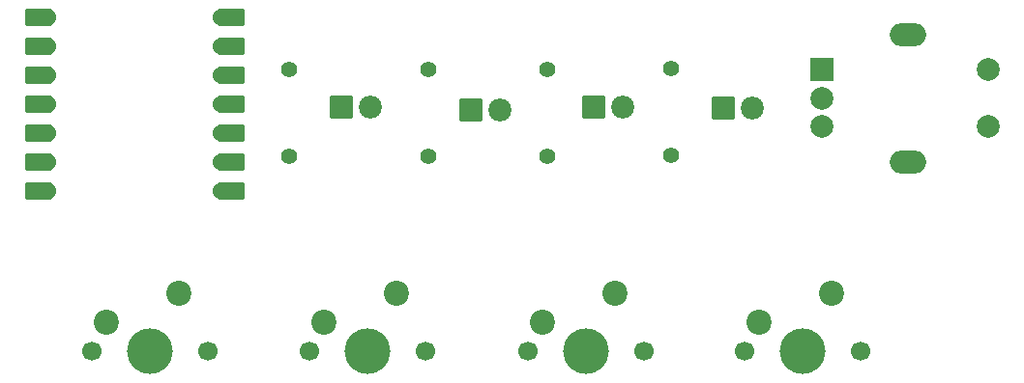
<source format=gbr>
%TF.GenerationSoftware,KiCad,Pcbnew,9.0.2*%
%TF.CreationDate,2025-06-28T18:10:06-07:00*%
%TF.ProjectId,pcb,7063622e-6b69-4636-9164-5f7063625858,rev?*%
%TF.SameCoordinates,Original*%
%TF.FileFunction,Soldermask,Top*%
%TF.FilePolarity,Negative*%
%FSLAX46Y46*%
G04 Gerber Fmt 4.6, Leading zero omitted, Abs format (unit mm)*
G04 Created by KiCad (PCBNEW 9.0.2) date 2025-06-28 18:10:06*
%MOMM*%
%LPD*%
G01*
G04 APERTURE LIST*
G04 Aperture macros list*
%AMRoundRect*
0 Rectangle with rounded corners*
0 $1 Rounding radius*
0 $2 $3 $4 $5 $6 $7 $8 $9 X,Y pos of 4 corners*
0 Add a 4 corners polygon primitive as box body*
4,1,4,$2,$3,$4,$5,$6,$7,$8,$9,$2,$3,0*
0 Add four circle primitives for the rounded corners*
1,1,$1+$1,$2,$3*
1,1,$1+$1,$4,$5*
1,1,$1+$1,$6,$7*
1,1,$1+$1,$8,$9*
0 Add four rect primitives between the rounded corners*
20,1,$1+$1,$2,$3,$4,$5,0*
20,1,$1+$1,$4,$5,$6,$7,0*
20,1,$1+$1,$6,$7,$8,$9,0*
20,1,$1+$1,$8,$9,$2,$3,0*%
G04 Aperture macros list end*
%ADD10C,2.200000*%
%ADD11C,1.700000*%
%ADD12C,4.000000*%
%ADD13RoundRect,0.152400X1.063600X0.609600X-1.063600X0.609600X-1.063600X-0.609600X1.063600X-0.609600X0*%
%ADD14C,1.524000*%
%ADD15RoundRect,0.152400X-1.063600X-0.609600X1.063600X-0.609600X1.063600X0.609600X-1.063600X0.609600X0*%
%ADD16O,3.200000X2.000000*%
%ADD17R,2.000000X2.000000*%
%ADD18C,2.000000*%
%ADD19C,1.400000*%
%ADD20RoundRect,0.102000X-0.907500X-0.907500X0.907500X-0.907500X0.907500X0.907500X-0.907500X0.907500X0*%
%ADD21C,2.019000*%
G04 APERTURE END LIST*
D10*
%TO.C,SW3*%
X110540000Y-92710000D03*
X116890000Y-90170000D03*
D11*
X119430000Y-95250000D03*
D12*
X114350000Y-95250000D03*
D11*
X109270000Y-95250000D03*
%TD*%
D13*
%TO.C,U1*%
X66415000Y-65980000D03*
D14*
X67250000Y-65980000D03*
D13*
X66415000Y-68520000D03*
D14*
X67250000Y-68520000D03*
D13*
X66415000Y-71060000D03*
D14*
X67250000Y-71060000D03*
D13*
X66415000Y-73600000D03*
D14*
X67250000Y-73600000D03*
D13*
X66415000Y-76140000D03*
D14*
X67250000Y-76140000D03*
D13*
X66415000Y-78680000D03*
D14*
X67250000Y-78680000D03*
D13*
X66415000Y-81220000D03*
D14*
X67250000Y-81220000D03*
X82490000Y-81220000D03*
D15*
X83325000Y-81220000D03*
D14*
X82490000Y-78680000D03*
D15*
X83325000Y-78680000D03*
D14*
X82490000Y-76140000D03*
D15*
X83325000Y-76140000D03*
D14*
X82490000Y-73600000D03*
D15*
X83325000Y-73600000D03*
D14*
X82490000Y-71060000D03*
D15*
X83325000Y-71060000D03*
D14*
X82490000Y-68520000D03*
D15*
X83325000Y-68520000D03*
D14*
X82490000Y-65980000D03*
D15*
X83325000Y-65980000D03*
%TD*%
D16*
%TO.C,SW5*%
X142570000Y-78650000D03*
X142570000Y-67450000D03*
D17*
X135070000Y-70550000D03*
D18*
X135070000Y-75550000D03*
X135070000Y-73050000D03*
X149570000Y-75550000D03*
X149570000Y-70550000D03*
%TD*%
D11*
%TO.C,SW4*%
X128270000Y-95250000D03*
D12*
X133350000Y-95250000D03*
D11*
X138430000Y-95250000D03*
D10*
X135890000Y-90170000D03*
X129540000Y-92710000D03*
%TD*%
D11*
%TO.C,SW2*%
X90180000Y-95240000D03*
D12*
X95260000Y-95240000D03*
D11*
X100340000Y-95240000D03*
D10*
X97800000Y-90160000D03*
X91450000Y-92700000D03*
%TD*%
D11*
%TO.C,SW1*%
X71120000Y-95250000D03*
D12*
X76200000Y-95250000D03*
D11*
X81280000Y-95250000D03*
D10*
X78740000Y-90170000D03*
X72390000Y-92710000D03*
%TD*%
D19*
%TO.C,R4*%
X121830000Y-78040000D03*
X121830000Y-70420000D03*
%TD*%
%TO.C,R3*%
X110990000Y-78130000D03*
X110990000Y-70510000D03*
%TD*%
%TO.C,R2*%
X100600000Y-78130000D03*
X100600000Y-70510000D03*
%TD*%
%TO.C,R1*%
X88380000Y-78170000D03*
X88380000Y-70550000D03*
%TD*%
D20*
%TO.C,D4*%
X126360000Y-73910000D03*
D21*
X128900000Y-73910000D03*
%TD*%
D20*
%TO.C,D3*%
X115060000Y-73810000D03*
D21*
X117600000Y-73810000D03*
%TD*%
D20*
%TO.C,D2*%
X104310000Y-74090000D03*
D21*
X106850000Y-74090000D03*
%TD*%
D20*
%TO.C,D1*%
X92920000Y-73810000D03*
D21*
X95460000Y-73810000D03*
%TD*%
M02*

</source>
